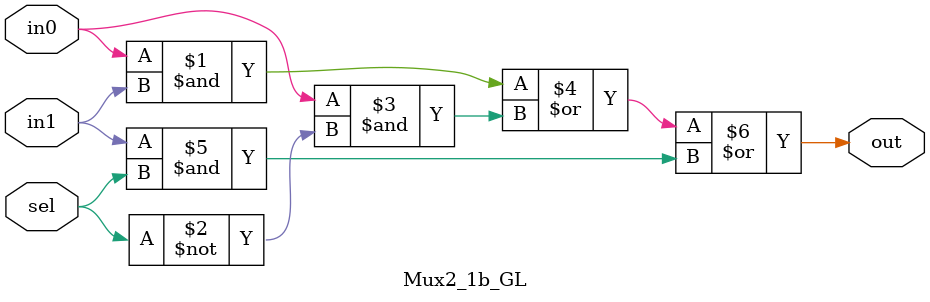
<source format=v>

`ifndef MUX2_1B_GL
`define MUX2_1B_GL

module Mux2_1b_GL
(
  (* keep=1 *) input  in0,
  (* keep=1 *) input  in1,
  (* keep=1 *) input  sel,
  (* keep=1 *) output out
);

  // Simplified boolean equations through K-map
  assign out = (in0 & in1) | (in0 & ~sel) | (in1 & sel);


endmodule

`endif /* MUX2_1B_GL */


</source>
